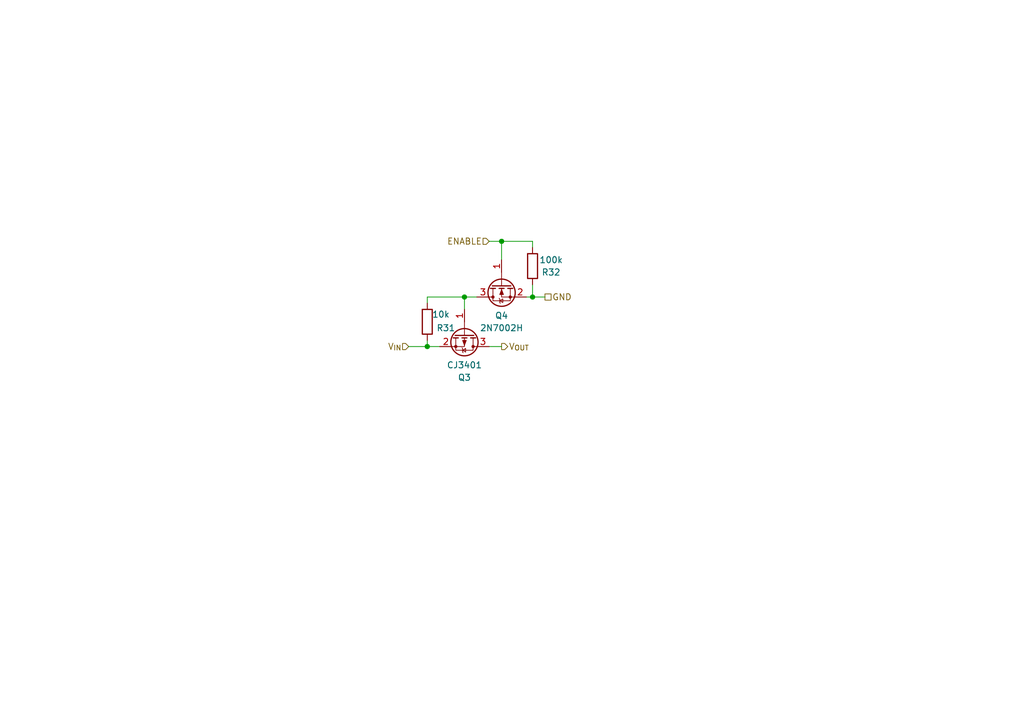
<source format=kicad_sch>
(kicad_sch (version 20231120) (generator "eeschema") (generator_version "8.0")
  (paper "A5")
  (title_block (title "Power Cutter") (date "2024-11-03") (rev "1.0"))
  (lib_symbols
    (symbol "Device:R" (pin_numbers hide) (pin_names (offset 0))
      (property "Reference" "R" (at 2.032 0 90))
      (property "Value" "R" (at 0 0 90))
      (symbol "R_0_1"
        (rectangle (start -1.016 -2.54) (end 1.016 2.54) (stroke (width 0.254)))
      )
      (symbol "R_1_1"
        (pin passive line (at 0 3.81 270) (length 1.27) (name "~") (number "1"))
        (pin passive line (at 0 -3.81 90) (length 1.27) (name "~") (number "2"))
      )
    )
    (symbol "Transistor_FET:2N7002H" (pin_names hide)
      (property "Reference" "Q" (at 5.08 1.905 0))
      (property "Value" "2N7002H" (at 5.08 0 0))
      (symbol "2N7002H_0_1"
        (polyline (pts (xy 0.254 0) (xy -2.54 0)))
        (polyline (pts (xy 0.254 1.905) (xy 0.254 -1.905)) (stroke (width 0.254)))
        (polyline (pts (xy 0.762 -1.27) (xy 0.762 -2.286)) (stroke (width 0.254)))
        (polyline (pts (xy 0.762 0.508) (xy 0.762 -0.508)) (stroke (width 0.254)))
        (polyline (pts (xy 0.762 2.286) (xy 0.762 1.27)) (stroke (width 0.254)))
        (polyline (pts (xy 2.54 2.54) (xy 2.54 1.778)))
        (polyline (pts (xy 2.54 -2.54) (xy 2.54 0) (xy 0.762 0)))
        (polyline (pts (xy 0.762 -1.778) (xy 3.302 -1.778) (xy 3.302 1.778) (xy 0.762 1.778)))
        (polyline (pts (xy 1.016 0) (xy 2.032 0.381) (xy 2.032 -0.381) (xy 1.016 0)) (fill (type outline)))
        (polyline (pts (xy 2.794 0.508) (xy 2.921 0.381) (xy 3.683 0.381) (xy 3.81 0.254)))
        (polyline (pts (xy 3.302 0.381) (xy 2.921 -0.254) (xy 3.683 -0.254) (xy 3.302 0.381)))
        (circle (center 1.651 0) (radius 2.794) (stroke (width 0.254)))
        (circle (center 2.54 -1.778) (radius 0.254) (fill (type outline)))
        (circle (center 2.54 1.778) (radius 0.254) (fill (type outline)))
      )
      (symbol "2N7002H_1_1"
        (pin input line (at -5.08 0 0) (length 2.54) (name "G") (number "1"))
        (pin passive line (at 2.54 -5.08 90) (length 2.54) (name "S") (number "2"))
        (pin passive line (at 2.54 5.08 270) (length 2.54) (name "D") (number "3"))
      )
    )
    (symbol "Transistor_FET:AO3401A" (pin_names hide)
      (property "Reference" "Q" (at 5.08 1.905 0))
      (property "Value" "AO3401A" (at 5.08 0 0))
      (symbol "AO3401A_0_1"
        (polyline (pts (xy 0.254 0) (xy -2.54 0)))
        (polyline (pts (xy 0.254 1.905) (xy 0.254 -1.905)) (stroke (width 0.254)))
        (polyline (pts (xy 0.762 -1.27) (xy 0.762 -2.286)) (stroke (width 0.254)))
        (polyline (pts (xy 0.762 0.508) (xy 0.762 -0.508)) (stroke (width 0.254)))
        (polyline (pts (xy 0.762 2.286) (xy 0.762 1.27)) (stroke (width 0.254)))
        (polyline (pts (xy 2.54 2.54) (xy 2.54 1.778)))
        (polyline (pts (xy 2.54 -2.54) (xy 2.54 0) (xy 0.762 0)))
        (polyline (pts (xy 0.762 1.778) (xy 3.302 1.778) (xy 3.302 -1.778) (xy 0.762 -1.778)))
        (polyline (pts (xy 2.286 0) (xy 1.27 0.381) (xy 1.27 -0.381) (xy 2.286 0)) (fill (type outline)))
        (polyline (pts (xy 2.794 -0.508) (xy 2.921 -0.381) (xy 3.683 -0.381) (xy 3.81 -0.254)))
        (polyline (pts (xy 3.302 -0.381) (xy 2.921 0.254) (xy 3.683 0.254) (xy 3.302 -0.381)))
        (circle (center 1.651 0) (radius 2.794) (stroke (width 0.254)))
        (circle (center 2.54 -1.778) (radius 0.254) (fill (type outline)))
        (circle (center 2.54 1.778) (radius 0.254) (fill (type outline)))
      )
      (symbol "AO3401A_1_1"
        (pin input line (at -5.08 0 0) (length 2.54) (name "G") (number "1"))
        (pin passive line (at 2.54 -5.08 90) (length 2.54) (name "S") (number "2"))
        (pin passive line (at 2.54 5.08 270) (length 2.54) (name "D") (number "3"))
      )
    )
  )
  (junction (at 87.63 71.12))
  (junction (at 109.22 60.96))
  (junction (at 95.25 60.96))
  (junction (at 102.87 49.53))
  (wire (pts (xy 87.63 71.12) (xy 90.17 71.12)))
  (wire (pts (xy 95.25 60.96) (xy 95.25 63.5)))
  (wire (pts (xy 102.87 49.53) (xy 109.22 49.53)))
  (wire (pts (xy 87.63 69.85) (xy 87.63 71.12)))
  (wire (pts (xy 100.33 49.53) (xy 102.87 49.53)))
  (wire (pts (xy 109.22 60.96) (xy 107.95 60.96)))
  (wire (pts (xy 87.63 60.96) (xy 87.63 62.23)))
  (wire (pts (xy 109.22 58.42) (xy 109.22 60.96)))
  (wire (pts (xy 95.25 60.96) (xy 97.79 60.96)))
  (wire (pts (xy 87.63 60.96) (xy 95.25 60.96)))
  (wire (pts (xy 109.22 49.53) (xy 109.22 50.8)))
  (wire (pts (xy 111.76 60.96) (xy 109.22 60.96)))
  (wire (pts (xy 83.82 71.12) (xy 87.63 71.12)))
  (wire (pts (xy 102.87 53.34) (xy 102.87 49.53)))
  (wire (pts (xy 100.33 71.12) (xy 102.87 71.12)))
  (hierarchical_label "ENABLE" (shape input) (at 100.33 49.53 180))
  (hierarchical_label "GND" (shape passive) (at 111.76 60.96 0))
  (hierarchical_label "V_{IN}" (shape input) (at 83.82 71.12 180))
  (hierarchical_label "V_{OUT}" (shape output) (at 102.87 71.12 0))
  (symbol (lib_id "Transistor_FET:AO3401A") (at 95.25 68.58 270) (unit 1)
    (property "Reference" "Q3" (at 95.25 77.47 90))
    (property "Value" "CJ3401" (at 95.25 74.93 90))
    (property "Footprint" "Package_TO_SOT_SMD:SOT-23" (effects (hide yes)))
    (property "Datasheet" "http://www.aosmd.com/pdfs/datasheet/AO3401A.pdf" (effects (hide yes)))
    (property "Description" "-4.0A Id, -30V Vds, P-Channel MOSFET, SOT-23" (effects (hide yes)))
    (instances (project "Weather" (path "" (reference "Q3") (unit 1)) (path "" (reference "Q5") (unit 1)) (path "" (reference "Q1") (unit 1))))
  )
  (symbol (lib_id "Transistor_FET:2N7002H") (at 102.87 58.42 90) (mirror x) (unit 1)
    (property "Reference" "Q4" (at 102.87 64.77 90))
    (property "Value" "2N7002H" (at 102.87 67.31 90))
    (property "Footprint" "Package_TO_SOT_SMD:SOT-23" (effects (hide yes)))
    (property "Datasheet" "http://www.diodes.com/assets/Datasheets/2N7002H.pdf" (effects (hide yes)))
    (property "Description" "0.21A Id, 60V Vds, N-Channel MOSFET, SOT-23" (effects (hide yes)))
    (instances (project "Weather" (path "" (reference "Q4") (unit 1)) (path "" (reference "Q6") (unit 1)) (path "" (reference "Q2") (unit 1))))
  )
  (symbol (lib_id "Device:R") (at 109.22 54.61 0) (unit 1)
    (property "Reference" "R32" (at 113.03 55.88 0))
    (property "Value" "100k" (at 113.03 53.34 0))
    (property "Footprint" "Resistor_SMD:R_0603_1608Metric" (effects (hide yes)))
    (instances (project "Weather" (path "" (reference "R32") (unit 1)) (path "" (reference "R34") (unit 1)) (path "" (reference "R12") (unit 1))))
  )
  (symbol (lib_id "Device:R") (at 87.63 66.04 0) (unit 1)
    (property "Reference" "R31" (at 91.44 67.31 0))
    (property "Value" "10k" (at 90.424 64.516 0))
    (property "Footprint" "Resistor_SMD:R_0603_1608Metric" (effects (hide yes)))
    (instances (project "Weather" (path "" (reference "R31") (unit 1)) (path "" (reference "R33") (unit 1)) (path "" (reference "R11") (unit 1))))
  )
)
</source>
